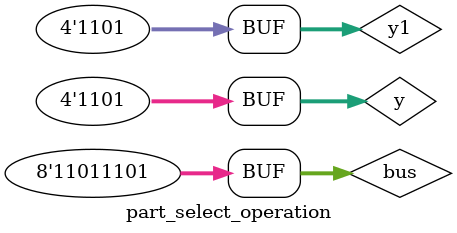
<source format=v>
`timescale 1ns / 1ps


module part_select_operation();
reg [7:0]bus;
reg [3:0]y;
reg [7:4]y1;
initial begin
bus=8'b11011101;#10;
y=bus[3:0];
y1=bus[7:4];
end
endmodule

</source>
